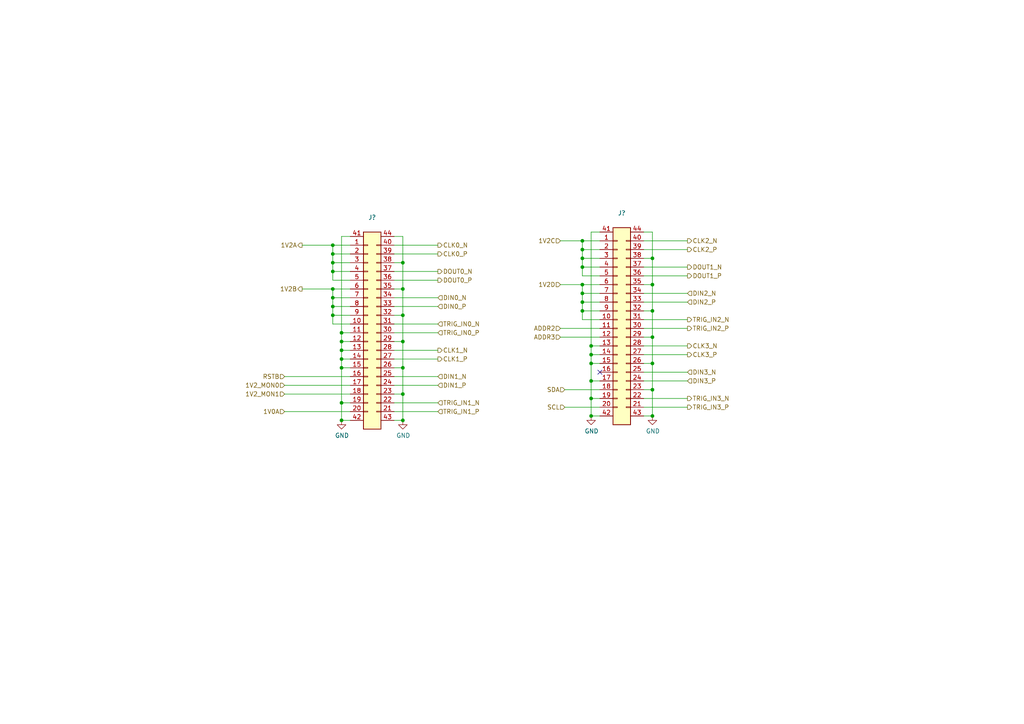
<source format=kicad_sch>
(kicad_sch (version 20211123) (generator eeschema)
  (paper "A4")
  (title_block (title "CMS ETL Module PCB") (date "2021-04-08") (rev "v0") (company "Boston University EDF") (comment 1 "AP"))
  (lib_symbols
    (symbol "power:GND" (power) (pin_names (offset 0))
      (property "Value" "GND" (at 0 -3.81 0))
      (symbol "GND_0_1"
        (polyline (pts (xy 0 0) (xy 0 -1.27) (xy 1.27 -1.27) (xy 0 -2.54) (xy -1.27 -1.27) (xy 0 -1.27)))
      )
      (symbol "GND_1_1"
        (pin power_in line (at 0 0 270) (length 0) hide (name "GND") (number "1"))
      )
    )
    (symbol "wp7b-s040va1:WP7B-S040VA1" (pin_names (offset 1.016) hide)
      (property "Reference" "J" (at -1.27 27.94 0))
      (property "Value" "WP7B-S040VA1" (at 1.27 -31.75 0))
      (symbol "WP7B-S040VA1_0_1"
        (pin passive line (at -5.08 -27.94 0) (length 3.81) (name "42") (number "42"))
      )
      (symbol "WP7B-S040VA1_1_1"
        (rectangle (start -1.27 -25.273) (end 0 -25.527) (stroke (width 0.1524)))
        (rectangle (start -1.27 -22.733) (end 0 -22.987) (stroke (width 0.1524)))
        (rectangle (start -1.27 -20.193) (end 0 -20.447) (stroke (width 0.1524)))
        (rectangle (start -1.27 -17.653) (end 0 -17.907) (stroke (width 0.1524)))
        (rectangle (start -1.27 -15.113) (end 0 -15.367) (stroke (width 0.1524)))
        (rectangle (start -1.27 -12.573) (end 0 -12.827) (stroke (width 0.1524)))
        (rectangle (start -1.27 -10.033) (end 0 -10.287) (stroke (width 0.1524)))
        (rectangle (start -1.27 -7.493) (end 0 -7.747) (stroke (width 0.1524)))
        (rectangle (start -1.27 -4.953) (end 0 -5.207) (stroke (width 0.1524)))
        (rectangle (start -1.27 -2.413) (end 0 -2.667) (stroke (width 0.1524)))
        (rectangle (start -1.27 0.127) (end 0 -0.127) (stroke (width 0.1524)))
        (rectangle (start -1.27 2.667) (end 0 2.413) (stroke (width 0.1524)))
        (rectangle (start -1.27 5.207) (end 0 4.953) (stroke (width 0.1524)))
        (rectangle (start -1.27 7.747) (end 0 7.493) (stroke (width 0.1524)))
        (rectangle (start -1.27 10.287) (end 0 10.033) (stroke (width 0.1524)))
        (rectangle (start -1.27 12.827) (end 0 12.573) (stroke (width 0.1524)))
        (rectangle (start -1.27 15.367) (end 0 15.113) (stroke (width 0.1524)))
        (rectangle (start -1.27 17.907) (end 0 17.653) (stroke (width 0.1524)))
        (rectangle (start -1.27 20.447) (end 0 20.193) (stroke (width 0.1524)))
        (rectangle (start -1.27 22.987) (end 0 22.733) (stroke (width 0.1524)))
        (rectangle (start -1.27 26.67) (end 3.81 -30.48) (stroke (width 0.254)) (fill (type background)))
        (rectangle (start 3.81 -25.273) (end 2.54 -25.527) (stroke (width 0.1524)))
        (rectangle (start 3.81 -22.733) (end 2.54 -22.987) (stroke (width 0.1524)))
        (rectangle (start 3.81 -20.193) (end 2.54 -20.447) (stroke (width 0.1524)))
        (rectangle (start 3.81 -17.653) (end 2.54 -17.907) (stroke (width 0.1524)))
        (rectangle (start 3.81 -15.113) (end 2.54 -15.367) (stroke (width 0.1524)))
        (rectangle (start 3.81 -12.573) (end 2.54 -12.827) (stroke (width 0.1524)))
        (rectangle (start 3.81 -10.033) (end 2.54 -10.287) (stroke (width 0.1524)))
        (rectangle (start 3.81 -7.493) (end 2.54 -7.747) (stroke (width 0.1524)))
        (rectangle (start 3.81 -4.953) (end 2.54 -5.207) (stroke (width 0.1524)))
        (rectangle (start 3.81 -2.413) (end 2.54 -2.667) (stroke (width 0.1524)))
        (rectangle (start 3.81 0.127) (end 2.54 -0.127) (stroke (width 0.1524)))
        (rectangle (start 3.81 2.667) (end 2.54 2.413) (stroke (width 0.1524)))
        (rectangle (start 3.81 5.207) (end 2.54 4.953) (stroke (width 0.1524)))
        (rectangle (start 3.81 7.747) (end 2.54 7.493) (stroke (width 0.1524)))
        (rectangle (start 3.81 10.287) (end 2.54 10.033) (stroke (width 0.1524)))
        (rectangle (start 3.81 12.827) (end 2.54 12.573) (stroke (width 0.1524)))
        (rectangle (start 3.81 15.367) (end 2.54 15.113) (stroke (width 0.1524)))
        (rectangle (start 3.81 17.907) (end 2.54 17.653) (stroke (width 0.1524)))
        (rectangle (start 3.81 20.447) (end 2.54 20.193) (stroke (width 0.1524)))
        (rectangle (start 3.81 22.987) (end 2.54 22.733) (stroke (width 0.1524)))
        (pin passive line (at -5.08 22.86 0) (length 3.81) (name "Pin_1") (number "1"))
        (pin passive line (at -5.08 0 0) (length 3.81) (name "Pin_10") (number "10"))
        (pin passive line (at -5.08 -2.54 0) (length 3.81) (name "Pin_11") (number "11"))
        (pin passive line (at -5.08 -5.08 0) (length 3.81) (name "Pin_12") (number "12"))
        (pin passive line (at -5.08 -7.62 0) (length 3.81) (name "Pin_13") (number "13"))
        (pin passive line (at -5.08 -10.16 0) (length 3.81) (name "Pin_14") (number "14"))
        (pin passive line (at -5.08 -12.7 0) (length 3.81) (name "Pin_15") (number "15"))
        (pin passive line (at -5.08 -15.24 0) (length 3.81) (name "Pin_16") (number "16"))
        (pin passive line (at -5.08 -17.78 0) (length 3.81) (name "Pin_17") (number "17"))
        (pin passive line (at -5.08 -20.32 0) (length 3.81) (name "Pin_18") (number "18"))
        (pin passive line (at -5.08 -22.86 0) (length 3.81) (name "Pin_19") (number "19"))
        (pin passive line (at -5.08 20.32 0) (length 3.81) (name "Pin_2") (number "2"))
        (pin passive line (at -5.08 -25.4 0) (length 3.81) (name "Pin_20") (number "20"))
        (pin passive line (at 7.62 -25.4 180) (length 3.81) (name "Pin_21") (number "21"))
        (pin passive line (at 7.62 -22.86 180) (length 3.81) (name "Pin_22") (number "22"))
        (pin passive line (at 7.62 -20.32 180) (length 3.81) (name "Pin_23") (number "23"))
        (pin passive line (at 7.62 -17.78 180) (length 3.81) (name "Pin_24") (number "24"))
        (pin passive line (at 7.62 -15.24 180) (length 3.81) (name "Pin_25") (number "25"))
        (pin passive line (at 7.62 -12.7 180) (length 3.81) (name "Pin_26") (number "26"))
        (pin passive line (at 7.62 -10.16 180) (length 3.81) (name "Pin_27") (number "27"))
        (pin passive line (at 7.62 -7.62 180) (length 3.81) (name "Pin_28") (number "28"))
        (pin passive line (at 7.62 -5.08 180) (length 3.81) (name "Pin_29") (number "29"))
        (pin passive line (at -5.08 17.78 0) (length 3.81) (name "Pin_3") (number "3"))
        (pin passive line (at 7.62 -2.54 180) (length 3.81) (name "Pin_30") (number "30"))
        (pin passive line (at 7.62 0 180) (length 3.81) (name "Pin_31") (number "31"))
        (pin passive line (at 7.62 2.54 180) (length 3.81) (name "Pin_32") (number "32"))
        (pin passive line (at 7.62 5.08 180) (length 3.81) (name "Pin_33") (number "33"))
        (pin passive line (at 7.62 7.62 180) (length 3.81) (name "Pin_34") (number "34"))
        (pin passive line (at 7.62 10.16 180) (length 3.81) (name "Pin_35") (number "35"))
        (pin passive line (at 7.62 12.7 180) (length 3.81) (name "Pin_36") (number "36"))
        (pin passive line (at 7.62 15.24 180) (length 3.81) (name "Pin_37") (number "37"))
        (pin passive line (at 7.62 17.78 180) (length 3.81) (name "Pin_38") (number "38"))
        (pin passive line (at 7.62 20.32 180) (length 3.81) (name "Pin_39") (number "39"))
        (pin passive line (at -5.08 15.24 0) (length 3.81) (name "Pin_4") (number "4"))
        (pin passive line (at 7.62 22.86 180) (length 3.81) (name "Pin_40") (number "40"))
        (pin passive line (at -5.08 25.4 0) (length 3.81) (name "41") (number "41"))
        (pin passive line (at 7.62 -27.94 180) (length 3.81) (name "43") (number "43"))
        (pin passive line (at 7.62 25.4 180) (length 3.81) (name "44") (number "44"))
        (pin passive line (at -5.08 12.7 0) (length 3.81) (name "Pin_5") (number "5"))
        (pin passive line (at -5.08 10.16 0) (length 3.81) (name "Pin_6") (number "6"))
        (pin passive line (at -5.08 7.62 0) (length 3.81) (name "Pin_7") (number "7"))
        (pin passive line (at -5.08 5.08 0) (length 3.81) (name "Pin_8") (number "8"))
        (pin passive line (at -5.08 2.54 0) (length 3.81) (name "Pin_9") (number "9"))
      )
    )
  )
  (junction (at 116.84 91.44))
  (junction (at 96.52 76.2))
  (junction (at 99.06 106.68))
  (junction (at 189.23 97.79))
  (junction (at 189.23 120.65))
  (junction (at 189.23 105.41))
  (junction (at 168.91 77.47))
  (junction (at 96.52 71.12))
  (junction (at 96.52 73.66))
  (junction (at 116.84 83.82))
  (junction (at 168.91 85.09))
  (junction (at 99.06 116.84))
  (junction (at 168.91 82.55))
  (junction (at 116.84 114.3))
  (junction (at 99.06 96.52))
  (junction (at 168.91 87.63))
  (junction (at 168.91 74.93))
  (junction (at 168.91 72.39))
  (junction (at 96.52 88.9))
  (junction (at 171.45 115.57))
  (junction (at 171.45 100.33))
  (junction (at 116.84 99.06))
  (junction (at 171.45 102.87))
  (junction (at 99.06 121.92))
  (junction (at 116.84 121.92))
  (junction (at 171.45 120.65))
  (junction (at 99.06 99.06))
  (junction (at 168.91 90.17))
  (junction (at 99.06 104.14))
  (junction (at 96.52 83.82))
  (junction (at 189.23 82.55))
  (junction (at 96.52 78.74))
  (junction (at 189.23 113.03))
  (junction (at 116.84 76.2))
  (junction (at 168.91 69.85))
  (junction (at 96.52 86.36))
  (junction (at 96.52 91.44))
  (junction (at 171.45 105.41))
  (junction (at 189.23 90.17))
  (junction (at 189.23 74.93))
  (junction (at 171.45 110.49))
  (junction (at 99.06 101.6))
  (junction (at 116.84 106.68))
  (no_connect (at 173.99 107.95))
  (wire (pts (xy 116.84 83.82) (xy 116.84 76.2)))
  (wire (pts (xy 168.91 72.39) (xy 168.91 74.93)))
  (wire (pts (xy 189.23 82.55) (xy 189.23 90.17)))
  (wire (pts (xy 114.3 114.3) (xy 116.84 114.3)))
  (wire (pts (xy 199.39 95.25) (xy 186.69 95.25)))
  (wire (pts (xy 173.99 80.01) (xy 168.91 80.01)))
  (wire (pts (xy 82.55 119.38) (xy 101.6 119.38)))
  (wire (pts (xy 186.69 92.71) (xy 199.39 92.71)))
  (wire (pts (xy 116.84 106.68) (xy 114.3 106.68)))
  (wire (pts (xy 171.45 102.87) (xy 171.45 105.41)))
  (wire (pts (xy 186.69 105.41) (xy 189.23 105.41)))
  (wire (pts (xy 99.06 121.92) (xy 99.06 116.84)))
  (wire (pts (xy 173.99 110.49) (xy 171.45 110.49)))
  (wire (pts (xy 127 73.66) (xy 114.3 73.66)))
  (wire (pts (xy 99.06 106.68) (xy 99.06 116.84)))
  (wire (pts (xy 163.83 113.03) (xy 173.99 113.03)))
  (wire (pts (xy 96.52 93.98) (xy 96.52 91.44)))
  (wire (pts (xy 127 78.74) (xy 114.3 78.74)))
  (wire (pts (xy 101.6 78.74) (xy 96.52 78.74)))
  (wire (pts (xy 168.91 82.55) (xy 168.91 85.09)))
  (wire (pts (xy 101.6 93.98) (xy 96.52 93.98)))
  (wire (pts (xy 168.91 72.39) (xy 173.99 72.39)))
  (wire (pts (xy 168.91 69.85) (xy 173.99 69.85)))
  (wire (pts (xy 99.06 116.84) (xy 101.6 116.84)))
  (wire (pts (xy 189.23 97.79) (xy 189.23 105.41)))
  (wire (pts (xy 87.63 71.12) (xy 96.52 71.12)))
  (wire (pts (xy 116.84 99.06) (xy 116.84 91.44)))
  (wire (pts (xy 127 109.22) (xy 114.3 109.22)))
  (wire (pts (xy 114.3 101.6) (xy 127 101.6)))
  (wire (pts (xy 189.23 105.41) (xy 189.23 113.03)))
  (wire (pts (xy 96.52 76.2) (xy 96.52 73.66)))
  (wire (pts (xy 127 119.38) (xy 114.3 119.38)))
  (wire (pts (xy 96.52 88.9) (xy 96.52 86.36)))
  (wire (pts (xy 186.69 67.31) (xy 189.23 67.31)))
  (wire (pts (xy 168.91 90.17) (xy 168.91 92.71)))
  (wire (pts (xy 171.45 67.31) (xy 171.45 100.33)))
  (wire (pts (xy 116.84 76.2) (xy 114.3 76.2)))
  (wire (pts (xy 101.6 104.14) (xy 99.06 104.14)))
  (wire (pts (xy 171.45 105.41) (xy 173.99 105.41)))
  (wire (pts (xy 162.56 82.55) (xy 168.91 82.55)))
  (wire (pts (xy 99.06 104.14) (xy 99.06 106.68)))
  (wire (pts (xy 171.45 110.49) (xy 171.45 105.41)))
  (wire (pts (xy 99.06 68.58) (xy 101.6 68.58)))
  (wire (pts (xy 171.45 115.57) (xy 173.99 115.57)))
  (wire (pts (xy 173.99 120.65) (xy 171.45 120.65)))
  (wire (pts (xy 189.23 74.93) (xy 189.23 82.55)))
  (wire (pts (xy 168.91 87.63) (xy 168.91 90.17)))
  (wire (pts (xy 186.69 97.79) (xy 189.23 97.79)))
  (wire (pts (xy 199.39 80.01) (xy 186.69 80.01)))
  (wire (pts (xy 186.69 100.33) (xy 199.39 100.33)))
  (wire (pts (xy 116.84 76.2) (xy 116.84 68.58)))
  (wire (pts (xy 186.69 115.57) (xy 199.39 115.57)))
  (wire (pts (xy 162.56 97.79) (xy 173.99 97.79)))
  (wire (pts (xy 171.45 115.57) (xy 171.45 120.65)))
  (wire (pts (xy 99.06 101.6) (xy 99.06 104.14)))
  (wire (pts (xy 168.91 74.93) (xy 173.99 74.93)))
  (wire (pts (xy 173.99 77.47) (xy 168.91 77.47)))
  (wire (pts (xy 189.23 113.03) (xy 189.23 120.65)))
  (wire (pts (xy 127 111.76) (xy 114.3 111.76)))
  (wire (pts (xy 168.91 92.71) (xy 173.99 92.71)))
  (wire (pts (xy 127 96.52) (xy 114.3 96.52)))
  (wire (pts (xy 99.06 68.58) (xy 99.06 96.52)))
  (wire (pts (xy 168.91 90.17) (xy 173.99 90.17)))
  (wire (pts (xy 186.69 82.55) (xy 189.23 82.55)))
  (wire (pts (xy 168.91 87.63) (xy 173.99 87.63)))
  (wire (pts (xy 96.52 91.44) (xy 96.52 88.9)))
  (wire (pts (xy 127 88.9) (xy 114.3 88.9)))
  (wire (pts (xy 186.69 74.93) (xy 189.23 74.93)))
  (wire (pts (xy 199.39 118.11) (xy 186.69 118.11)))
  (wire (pts (xy 116.84 91.44) (xy 114.3 91.44)))
  (wire (pts (xy 173.99 82.55) (xy 168.91 82.55)))
  (wire (pts (xy 116.84 106.68) (xy 116.84 114.3)))
  (wire (pts (xy 127 104.14) (xy 114.3 104.14)))
  (wire (pts (xy 173.99 102.87) (xy 171.45 102.87)))
  (wire (pts (xy 173.99 67.31) (xy 171.45 67.31)))
  (wire (pts (xy 199.39 102.87) (xy 186.69 102.87)))
  (wire (pts (xy 171.45 100.33) (xy 173.99 100.33)))
  (wire (pts (xy 186.69 90.17) (xy 189.23 90.17)))
  (wire (pts (xy 127 116.84) (xy 114.3 116.84)))
  (wire (pts (xy 199.39 110.49) (xy 186.69 110.49)))
  (wire (pts (xy 189.23 120.65) (xy 186.69 120.65)))
  (wire (pts (xy 101.6 121.92) (xy 99.06 121.92)))
  (wire (pts (xy 127 71.12) (xy 114.3 71.12)))
  (wire (pts (xy 101.6 88.9) (xy 96.52 88.9)))
  (wire (pts (xy 162.56 69.85) (xy 168.91 69.85)))
  (wire (pts (xy 116.84 83.82) (xy 114.3 83.82)))
  (wire (pts (xy 116.84 106.68) (xy 116.84 99.06)))
  (wire (pts (xy 116.84 91.44) (xy 116.84 83.82)))
  (wire (pts (xy 82.55 114.3) (xy 101.6 114.3)))
  (wire (pts (xy 101.6 86.36) (xy 96.52 86.36)))
  (wire (pts (xy 101.6 76.2) (xy 96.52 76.2)))
  (wire (pts (xy 82.55 109.22) (xy 101.6 109.22)))
  (wire (pts (xy 96.52 81.28) (xy 96.52 78.74)))
  (wire (pts (xy 168.91 85.09) (xy 168.91 87.63)))
  (wire (pts (xy 186.69 113.03) (xy 189.23 113.03)))
  (wire (pts (xy 186.69 85.09) (xy 199.39 85.09)))
  (wire (pts (xy 168.91 85.09) (xy 173.99 85.09)))
  (wire (pts (xy 116.84 114.3) (xy 116.84 121.92)))
  (wire (pts (xy 168.91 77.47) (xy 168.91 74.93)))
  (wire (pts (xy 199.39 72.39) (xy 186.69 72.39)))
  (wire (pts (xy 171.45 110.49) (xy 171.45 115.57)))
  (wire (pts (xy 101.6 106.68) (xy 99.06 106.68)))
  (wire (pts (xy 168.91 69.85) (xy 168.91 72.39)))
  (wire (pts (xy 96.52 86.36) (xy 96.52 83.82)))
  (wire (pts (xy 96.52 73.66) (xy 96.52 71.12)))
  (wire (pts (xy 186.69 77.47) (xy 199.39 77.47)))
  (wire (pts (xy 127 86.36) (xy 114.3 86.36)))
  (wire (pts (xy 82.55 111.76) (xy 101.6 111.76)))
  (wire (pts (xy 96.52 91.44) (xy 101.6 91.44)))
  (wire (pts (xy 101.6 81.28) (xy 96.52 81.28)))
  (wire (pts (xy 127 81.28) (xy 114.3 81.28)))
  (wire (pts (xy 189.23 90.17) (xy 189.23 97.79)))
  (wire (pts (xy 99.06 96.52) (xy 99.06 99.06)))
  (wire (pts (xy 101.6 99.06) (xy 99.06 99.06)))
  (wire (pts (xy 114.3 121.92) (xy 116.84 121.92)))
  (wire (pts (xy 163.83 118.11) (xy 173.99 118.11)))
  (wire (pts (xy 186.69 69.85) (xy 199.39 69.85)))
  (wire (pts (xy 99.06 99.06) (xy 99.06 101.6)))
  (wire (pts (xy 199.39 87.63) (xy 186.69 87.63)))
  (wire (pts (xy 87.63 83.82) (xy 96.52 83.82)))
  (wire (pts (xy 189.23 67.31) (xy 189.23 74.93)))
  (wire (pts (xy 116.84 68.58) (xy 114.3 68.58)))
  (wire (pts (xy 186.69 107.95) (xy 199.39 107.95)))
  (wire (pts (xy 127 93.98) (xy 114.3 93.98)))
  (wire (pts (xy 101.6 96.52) (xy 99.06 96.52)))
  (wire (pts (xy 101.6 73.66) (xy 96.52 73.66)))
  (wire (pts (xy 162.56 95.25) (xy 173.99 95.25)))
  (wire (pts (xy 101.6 101.6) (xy 99.06 101.6)))
  (wire (pts (xy 116.84 99.06) (xy 114.3 99.06)))
  (wire (pts (xy 96.52 71.12) (xy 101.6 71.12)))
  (wire (pts (xy 168.91 80.01) (xy 168.91 77.47)))
  (wire (pts (xy 96.52 78.74) (xy 96.52 76.2)))
  (wire (pts (xy 96.52 83.82) (xy 101.6 83.82)))
  (wire (pts (xy 171.45 100.33) (xy 171.45 102.87)))
  (hierarchical_label "1V2_MON1" (shape input) (at 82.55 114.3 180))
  (hierarchical_label "DOUT1_P" (shape output) (at 199.39 80.01 0))
  (hierarchical_label "CLK2_N" (shape output) (at 199.39 69.85 0))
  (hierarchical_label "TRIG_IN1_N" (shape input) (at 127 116.84 0))
  (hierarchical_label "TRIG_IN3_N" (shape output) (at 199.39 115.57 0))
  (hierarchical_label "TRIG_IN3_P" (shape output) (at 199.39 118.11 0))
  (hierarchical_label "DIN1_N" (shape input) (at 127 109.22 0))
  (hierarchical_label "RSTB" (shape input) (at 82.55 109.22 180))
  (hierarchical_label "CLK0_N" (shape output) (at 127 71.12 0))
  (hierarchical_label "DIN0_N" (shape input) (at 127 86.36 0))
  (hierarchical_label "1V2_MON0" (shape input) (at 82.55 111.76 180))
  (hierarchical_label "CLK1_N" (shape output) (at 127 101.6 0))
  (hierarchical_label "ADDR2" (shape input) (at 162.56 95.25 180))
  (hierarchical_label "DIN0_P" (shape input) (at 127 88.9 0))
  (hierarchical_label "SCL" (shape input) (at 163.83 118.11 180))
  (hierarchical_label "CLK1_P" (shape output) (at 127 104.14 0))
  (hierarchical_label "SDA" (shape input) (at 163.83 113.03 180))
  (hierarchical_label "CLK0_P" (shape output) (at 127 73.66 0))
  (hierarchical_label "TRIG_IN0_P" (shape input) (at 127 96.52 0))
  (hierarchical_label "DOUT1_N" (shape output) (at 199.39 77.47 0))
  (hierarchical_label "CLK3_N" (shape output) (at 199.39 100.33 0))
  (hierarchical_label "1V2A" (shape output) (at 87.63 71.12 180))
  (hierarchical_label "1V2D" (shape input) (at 162.56 82.55 180))
  (hierarchical_label "CLK3_P" (shape output) (at 199.39 102.87 0))
  (hierarchical_label "TRIG_IN0_N" (shape input) (at 127 93.98 0))
  (hierarchical_label "DOUT0_P" (shape output) (at 127 81.28 0))
  (hierarchical_label "CLK2_P" (shape output) (at 199.39 72.39 0))
  (hierarchical_label "DIN1_P" (shape input) (at 127 111.76 0))
  (hierarchical_label "DOUT0_N" (shape output) (at 127 78.74 0))
  (hierarchical_label "1V2C" (shape input) (at 162.56 69.85 180))
  (hierarchical_label "ADDR3" (shape input) (at 162.56 97.79 180))
  (hierarchical_label "1V0A" (shape input) (at 82.55 119.38 180))
  (hierarchical_label "TRIG_IN2_N" (shape output) (at 199.39 92.71 0))
  (hierarchical_label "TRIG_IN2_P" (shape output) (at 199.39 95.25 0))
  (hierarchical_label "DIN2_N" (shape input) (at 199.39 85.09 0))
  (hierarchical_label "DIN2_P" (shape input) (at 199.39 87.63 0))
  (hierarchical_label "DIN3_N" (shape input) (at 199.39 107.95 0))
  (hierarchical_label "TRIG_IN1_P" (shape input) (at 127 119.38 0))
  (hierarchical_label "1V2B" (shape output) (at 87.63 83.82 180))
  (hierarchical_label "DIN3_P" (shape input) (at 199.39 110.49 0))
  (symbol (lib_id "power:GND") (at 189.23 120.65 0) (unit 1)
    (property "Reference" "#PWR?" (effects hide))
  )
  (symbol (lib_id "power:GND") (at 171.45 120.65 0) (unit 1)
    (property "Reference" "#PWR?" (effects hide))
  )
  (symbol (lib_id "wp7b-s040va1:WP7B-S040VA1") (at 179.07 92.71 0) (unit 1)
    (property "Reference" "J?" (at 180.34 61.7982 0))
    (property "Mfg" "JAE Electronics" (effects hide))
    (property "Part Number" "WP7B-S040VA1" (effects hide))
  )
  (symbol (lib_id "power:GND") (at 99.06 121.92 0) (unit 1)
    (property "Reference" "#PWR?" (effects hide))
  )
  (symbol (lib_id "power:GND") (at 116.84 121.92 0) (unit 1)
    (property "Reference" "#PWR?" (effects hide))
  )
  (symbol (lib_id "wp7b-s040va1:WP7B-S040VA1") (at 106.68 93.98 0) (unit 1)
    (property "Reference" "J?" (at 107.95 63.0682 0))
    (property "Mfg" "JAE Electronics" (effects hide))
    (property "Part Number" "WP7B-S040VA1" (effects hide))
  )
)
</source>
